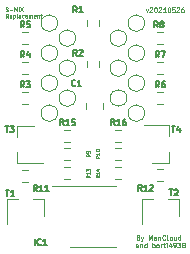
<source format=gbr>
%TF.GenerationSoftware,KiCad,Pcbnew,(6.0.0)*%
%TF.CreationDate,2022-01-02T16:00:34+01:00*%
%TF.ProjectId,S-Mix-Replacement,532d4d69-782d-4526-9570-6c6163656d65,rev?*%
%TF.SameCoordinates,Original*%
%TF.FileFunction,Legend,Top*%
%TF.FilePolarity,Positive*%
%FSLAX46Y46*%
G04 Gerber Fmt 4.6, Leading zero omitted, Abs format (unit mm)*
G04 Created by KiCad (PCBNEW (6.0.0)) date 2022-01-02 16:00:34*
%MOMM*%
%LPD*%
G01*
G04 APERTURE LIST*
%ADD10C,0.080000*%
%ADD11C,0.063500*%
%ADD12C,0.127000*%
%ADD13C,0.075000*%
%ADD14C,0.120000*%
G04 APERTURE END LIST*
D10*
X151033333Y-112749428D02*
X151090476Y-112768476D01*
X151109523Y-112787523D01*
X151128571Y-112825619D01*
X151128571Y-112882761D01*
X151109523Y-112920857D01*
X151090476Y-112939904D01*
X151052380Y-112958952D01*
X150900000Y-112958952D01*
X150900000Y-112558952D01*
X151033333Y-112558952D01*
X151071428Y-112578000D01*
X151090476Y-112597047D01*
X151109523Y-112635142D01*
X151109523Y-112673238D01*
X151090476Y-112711333D01*
X151071428Y-112730380D01*
X151033333Y-112749428D01*
X150900000Y-112749428D01*
X151261904Y-112692285D02*
X151357142Y-112958952D01*
X151452380Y-112692285D02*
X151357142Y-112958952D01*
X151319047Y-113054190D01*
X151300000Y-113073238D01*
X151261904Y-113092285D01*
X151909523Y-112958952D02*
X151909523Y-112558952D01*
X152042857Y-112844666D01*
X152176190Y-112558952D01*
X152176190Y-112958952D01*
X152538095Y-112958952D02*
X152538095Y-112749428D01*
X152519047Y-112711333D01*
X152480952Y-112692285D01*
X152404761Y-112692285D01*
X152366666Y-112711333D01*
X152538095Y-112939904D02*
X152500000Y-112958952D01*
X152404761Y-112958952D01*
X152366666Y-112939904D01*
X152347619Y-112901809D01*
X152347619Y-112863714D01*
X152366666Y-112825619D01*
X152404761Y-112806571D01*
X152500000Y-112806571D01*
X152538095Y-112787523D01*
X152728571Y-112692285D02*
X152728571Y-112958952D01*
X152728571Y-112730380D02*
X152747619Y-112711333D01*
X152785714Y-112692285D01*
X152842857Y-112692285D01*
X152880952Y-112711333D01*
X152900000Y-112749428D01*
X152900000Y-112958952D01*
X153319047Y-112920857D02*
X153300000Y-112939904D01*
X153242857Y-112958952D01*
X153204761Y-112958952D01*
X153147619Y-112939904D01*
X153109523Y-112901809D01*
X153090476Y-112863714D01*
X153071428Y-112787523D01*
X153071428Y-112730380D01*
X153090476Y-112654190D01*
X153109523Y-112616095D01*
X153147619Y-112578000D01*
X153204761Y-112558952D01*
X153242857Y-112558952D01*
X153300000Y-112578000D01*
X153319047Y-112597047D01*
X153547619Y-112958952D02*
X153509523Y-112939904D01*
X153490476Y-112901809D01*
X153490476Y-112558952D01*
X153757142Y-112958952D02*
X153719047Y-112939904D01*
X153700000Y-112920857D01*
X153680952Y-112882761D01*
X153680952Y-112768476D01*
X153700000Y-112730380D01*
X153719047Y-112711333D01*
X153757142Y-112692285D01*
X153814285Y-112692285D01*
X153852380Y-112711333D01*
X153871428Y-112730380D01*
X153890476Y-112768476D01*
X153890476Y-112882761D01*
X153871428Y-112920857D01*
X153852380Y-112939904D01*
X153814285Y-112958952D01*
X153757142Y-112958952D01*
X154233333Y-112692285D02*
X154233333Y-112958952D01*
X154061904Y-112692285D02*
X154061904Y-112901809D01*
X154080952Y-112939904D01*
X154119047Y-112958952D01*
X154176190Y-112958952D01*
X154214285Y-112939904D01*
X154233333Y-112920857D01*
X154595238Y-112958952D02*
X154595238Y-112558952D01*
X154595238Y-112939904D02*
X154557142Y-112958952D01*
X154480952Y-112958952D01*
X154442857Y-112939904D01*
X154423809Y-112920857D01*
X154404761Y-112882761D01*
X154404761Y-112768476D01*
X154423809Y-112730380D01*
X154442857Y-112711333D01*
X154480952Y-112692285D01*
X154557142Y-112692285D01*
X154595238Y-112711333D01*
X151014285Y-113602952D02*
X151014285Y-113393428D01*
X150995238Y-113355333D01*
X150957142Y-113336285D01*
X150880952Y-113336285D01*
X150842857Y-113355333D01*
X151014285Y-113583904D02*
X150976190Y-113602952D01*
X150880952Y-113602952D01*
X150842857Y-113583904D01*
X150823809Y-113545809D01*
X150823809Y-113507714D01*
X150842857Y-113469619D01*
X150880952Y-113450571D01*
X150976190Y-113450571D01*
X151014285Y-113431523D01*
X151204761Y-113336285D02*
X151204761Y-113602952D01*
X151204761Y-113374380D02*
X151223809Y-113355333D01*
X151261904Y-113336285D01*
X151319047Y-113336285D01*
X151357142Y-113355333D01*
X151376190Y-113393428D01*
X151376190Y-113602952D01*
X151738095Y-113602952D02*
X151738095Y-113202952D01*
X151738095Y-113583904D02*
X151700000Y-113602952D01*
X151623809Y-113602952D01*
X151585714Y-113583904D01*
X151566666Y-113564857D01*
X151547619Y-113526761D01*
X151547619Y-113412476D01*
X151566666Y-113374380D01*
X151585714Y-113355333D01*
X151623809Y-113336285D01*
X151700000Y-113336285D01*
X151738095Y-113355333D01*
X152233333Y-113602952D02*
X152233333Y-113202952D01*
X152233333Y-113355333D02*
X152271428Y-113336285D01*
X152347619Y-113336285D01*
X152385714Y-113355333D01*
X152404761Y-113374380D01*
X152423809Y-113412476D01*
X152423809Y-113526761D01*
X152404761Y-113564857D01*
X152385714Y-113583904D01*
X152347619Y-113602952D01*
X152271428Y-113602952D01*
X152233333Y-113583904D01*
X152652380Y-113602952D02*
X152614285Y-113583904D01*
X152595238Y-113564857D01*
X152576190Y-113526761D01*
X152576190Y-113412476D01*
X152595238Y-113374380D01*
X152614285Y-113355333D01*
X152652380Y-113336285D01*
X152709523Y-113336285D01*
X152747619Y-113355333D01*
X152766666Y-113374380D01*
X152785714Y-113412476D01*
X152785714Y-113526761D01*
X152766666Y-113564857D01*
X152747619Y-113583904D01*
X152709523Y-113602952D01*
X152652380Y-113602952D01*
X152957142Y-113602952D02*
X152957142Y-113336285D01*
X152957142Y-113412476D02*
X152976190Y-113374380D01*
X152995238Y-113355333D01*
X153033333Y-113336285D01*
X153071428Y-113336285D01*
X153147619Y-113336285D02*
X153300000Y-113336285D01*
X153204761Y-113202952D02*
X153204761Y-113545809D01*
X153223809Y-113583904D01*
X153261904Y-113602952D01*
X153300000Y-113602952D01*
X153433333Y-113602952D02*
X153433333Y-113336285D01*
X153433333Y-113202952D02*
X153414285Y-113222000D01*
X153433333Y-113241047D01*
X153452380Y-113222000D01*
X153433333Y-113202952D01*
X153433333Y-113241047D01*
X153795238Y-113336285D02*
X153795238Y-113602952D01*
X153700000Y-113183904D02*
X153604761Y-113469619D01*
X153852380Y-113469619D01*
X154023809Y-113602952D02*
X154100000Y-113602952D01*
X154138095Y-113583904D01*
X154157142Y-113564857D01*
X154195238Y-113507714D01*
X154214285Y-113431523D01*
X154214285Y-113279142D01*
X154195238Y-113241047D01*
X154176190Y-113222000D01*
X154138095Y-113202952D01*
X154061904Y-113202952D01*
X154023809Y-113222000D01*
X154004761Y-113241047D01*
X153985714Y-113279142D01*
X153985714Y-113374380D01*
X154004761Y-113412476D01*
X154023809Y-113431523D01*
X154061904Y-113450571D01*
X154138095Y-113450571D01*
X154176190Y-113431523D01*
X154195238Y-113412476D01*
X154214285Y-113374380D01*
X154347619Y-113202952D02*
X154595238Y-113202952D01*
X154461904Y-113355333D01*
X154519047Y-113355333D01*
X154557142Y-113374380D01*
X154576190Y-113393428D01*
X154595238Y-113431523D01*
X154595238Y-113526761D01*
X154576190Y-113564857D01*
X154557142Y-113583904D01*
X154519047Y-113602952D01*
X154404761Y-113602952D01*
X154366666Y-113583904D01*
X154347619Y-113564857D01*
X154823809Y-113374380D02*
X154785714Y-113355333D01*
X154766666Y-113336285D01*
X154747619Y-113298190D01*
X154747619Y-113279142D01*
X154766666Y-113241047D01*
X154785714Y-113222000D01*
X154823809Y-113202952D01*
X154900000Y-113202952D01*
X154938095Y-113222000D01*
X154957142Y-113241047D01*
X154976190Y-113279142D01*
X154976190Y-113298190D01*
X154957142Y-113336285D01*
X154938095Y-113355333D01*
X154900000Y-113374380D01*
X154823809Y-113374380D01*
X154785714Y-113393428D01*
X154766666Y-113412476D01*
X154747619Y-113450571D01*
X154747619Y-113526761D01*
X154766666Y-113564857D01*
X154785714Y-113583904D01*
X154823809Y-113602952D01*
X154900000Y-113602952D01*
X154938095Y-113583904D01*
X154957142Y-113564857D01*
X154976190Y-113526761D01*
X154976190Y-113450571D01*
X154957142Y-113412476D01*
X154938095Y-113393428D01*
X154900000Y-113374380D01*
D11*
X139804170Y-93593841D02*
X139851341Y-93609565D01*
X139929960Y-93609565D01*
X139961408Y-93593841D01*
X139977132Y-93578117D01*
X139992855Y-93546669D01*
X139992855Y-93515222D01*
X139977132Y-93483774D01*
X139961408Y-93468050D01*
X139929960Y-93452327D01*
X139867065Y-93436603D01*
X139835617Y-93420879D01*
X139819894Y-93405155D01*
X139804170Y-93373708D01*
X139804170Y-93342260D01*
X139819894Y-93310812D01*
X139835617Y-93295089D01*
X139867065Y-93279365D01*
X139945684Y-93279365D01*
X139992855Y-93295089D01*
X140134370Y-93483774D02*
X140385951Y-93483774D01*
X140543189Y-93609565D02*
X140543189Y-93279365D01*
X140653255Y-93515222D01*
X140763322Y-93279365D01*
X140763322Y-93609565D01*
X140920560Y-93609565D02*
X140920560Y-93279365D01*
X141046351Y-93279365D02*
X141266484Y-93609565D01*
X141266484Y-93279365D02*
X141046351Y-93609565D01*
X140008579Y-94141187D02*
X139898513Y-93983949D01*
X139819894Y-94141187D02*
X139819894Y-93810987D01*
X139945684Y-93810987D01*
X139977132Y-93826711D01*
X139992855Y-93842434D01*
X140008579Y-93873882D01*
X140008579Y-93921053D01*
X139992855Y-93952501D01*
X139977132Y-93968225D01*
X139945684Y-93983949D01*
X139819894Y-93983949D01*
X140275884Y-94125463D02*
X140244436Y-94141187D01*
X140181541Y-94141187D01*
X140150094Y-94125463D01*
X140134370Y-94094015D01*
X140134370Y-93968225D01*
X140150094Y-93936777D01*
X140181541Y-93921053D01*
X140244436Y-93921053D01*
X140275884Y-93936777D01*
X140291608Y-93968225D01*
X140291608Y-93999672D01*
X140134370Y-94031120D01*
X140433122Y-93921053D02*
X140433122Y-94251253D01*
X140433122Y-93936777D02*
X140464570Y-93921053D01*
X140527465Y-93921053D01*
X140558913Y-93936777D01*
X140574636Y-93952501D01*
X140590360Y-93983949D01*
X140590360Y-94078291D01*
X140574636Y-94109739D01*
X140558913Y-94125463D01*
X140527465Y-94141187D01*
X140464570Y-94141187D01*
X140433122Y-94125463D01*
X140779046Y-94141187D02*
X140747598Y-94125463D01*
X140731875Y-94094015D01*
X140731875Y-93810987D01*
X141046351Y-94141187D02*
X141046351Y-93968225D01*
X141030627Y-93936777D01*
X140999179Y-93921053D01*
X140936284Y-93921053D01*
X140904836Y-93936777D01*
X141046351Y-94125463D02*
X141014903Y-94141187D01*
X140936284Y-94141187D01*
X140904836Y-94125463D01*
X140889113Y-94094015D01*
X140889113Y-94062568D01*
X140904836Y-94031120D01*
X140936284Y-94015396D01*
X141014903Y-94015396D01*
X141046351Y-93999672D01*
X141345103Y-94125463D02*
X141313655Y-94141187D01*
X141250760Y-94141187D01*
X141219313Y-94125463D01*
X141203589Y-94109739D01*
X141187865Y-94078291D01*
X141187865Y-93983949D01*
X141203589Y-93952501D01*
X141219313Y-93936777D01*
X141250760Y-93921053D01*
X141313655Y-93921053D01*
X141345103Y-93936777D01*
X141612408Y-94125463D02*
X141580960Y-94141187D01*
X141518065Y-94141187D01*
X141486617Y-94125463D01*
X141470894Y-94094015D01*
X141470894Y-93968225D01*
X141486617Y-93936777D01*
X141518065Y-93921053D01*
X141580960Y-93921053D01*
X141612408Y-93936777D01*
X141628132Y-93968225D01*
X141628132Y-93999672D01*
X141470894Y-94031120D01*
X141769646Y-94141187D02*
X141769646Y-93921053D01*
X141769646Y-93952501D02*
X141785370Y-93936777D01*
X141816817Y-93921053D01*
X141863989Y-93921053D01*
X141895436Y-93936777D01*
X141911160Y-93968225D01*
X141911160Y-94141187D01*
X141911160Y-93968225D02*
X141926884Y-93936777D01*
X141958332Y-93921053D01*
X142005503Y-93921053D01*
X142036951Y-93936777D01*
X142052675Y-93968225D01*
X142052675Y-94141187D01*
X142335703Y-94125463D02*
X142304255Y-94141187D01*
X142241360Y-94141187D01*
X142209913Y-94125463D01*
X142194189Y-94094015D01*
X142194189Y-93968225D01*
X142209913Y-93936777D01*
X142241360Y-93921053D01*
X142304255Y-93921053D01*
X142335703Y-93936777D01*
X142351427Y-93968225D01*
X142351427Y-93999672D01*
X142194189Y-94031120D01*
X142492941Y-93921053D02*
X142492941Y-94141187D01*
X142492941Y-93952501D02*
X142508665Y-93936777D01*
X142540113Y-93921053D01*
X142587284Y-93921053D01*
X142618732Y-93936777D01*
X142634455Y-93968225D01*
X142634455Y-94141187D01*
X142744522Y-93921053D02*
X142870313Y-93921053D01*
X142791694Y-93810987D02*
X142791694Y-94094015D01*
X142807417Y-94125463D01*
X142838865Y-94141187D01*
X142870313Y-94141187D01*
D10*
X151680952Y-93414285D02*
X151776190Y-93680952D01*
X151871428Y-93414285D01*
X152004761Y-93319047D02*
X152023809Y-93300000D01*
X152061904Y-93280952D01*
X152157142Y-93280952D01*
X152195238Y-93300000D01*
X152214285Y-93319047D01*
X152233333Y-93357142D01*
X152233333Y-93395238D01*
X152214285Y-93452380D01*
X151985714Y-93680952D01*
X152233333Y-93680952D01*
X152480952Y-93280952D02*
X152519047Y-93280952D01*
X152557142Y-93300000D01*
X152576190Y-93319047D01*
X152595238Y-93357142D01*
X152614285Y-93433333D01*
X152614285Y-93528571D01*
X152595238Y-93604761D01*
X152576190Y-93642857D01*
X152557142Y-93661904D01*
X152519047Y-93680952D01*
X152480952Y-93680952D01*
X152442857Y-93661904D01*
X152423809Y-93642857D01*
X152404761Y-93604761D01*
X152385714Y-93528571D01*
X152385714Y-93433333D01*
X152404761Y-93357142D01*
X152423809Y-93319047D01*
X152442857Y-93300000D01*
X152480952Y-93280952D01*
X152766666Y-93319047D02*
X152785714Y-93300000D01*
X152823809Y-93280952D01*
X152919047Y-93280952D01*
X152957142Y-93300000D01*
X152976190Y-93319047D01*
X152995238Y-93357142D01*
X152995238Y-93395238D01*
X152976190Y-93452380D01*
X152747619Y-93680952D01*
X152995238Y-93680952D01*
X153376190Y-93680952D02*
X153147619Y-93680952D01*
X153261904Y-93680952D02*
X153261904Y-93280952D01*
X153223809Y-93338095D01*
X153185714Y-93376190D01*
X153147619Y-93395238D01*
X153623809Y-93280952D02*
X153661904Y-93280952D01*
X153700000Y-93300000D01*
X153719047Y-93319047D01*
X153738095Y-93357142D01*
X153757142Y-93433333D01*
X153757142Y-93528571D01*
X153738095Y-93604761D01*
X153719047Y-93642857D01*
X153700000Y-93661904D01*
X153661904Y-93680952D01*
X153623809Y-93680952D01*
X153585714Y-93661904D01*
X153566666Y-93642857D01*
X153547619Y-93604761D01*
X153528571Y-93528571D01*
X153528571Y-93433333D01*
X153547619Y-93357142D01*
X153566666Y-93319047D01*
X153585714Y-93300000D01*
X153623809Y-93280952D01*
X154119047Y-93280952D02*
X153928571Y-93280952D01*
X153909523Y-93471428D01*
X153928571Y-93452380D01*
X153966666Y-93433333D01*
X154061904Y-93433333D01*
X154100000Y-93452380D01*
X154119047Y-93471428D01*
X154138095Y-93509523D01*
X154138095Y-93604761D01*
X154119047Y-93642857D01*
X154100000Y-93661904D01*
X154061904Y-93680952D01*
X153966666Y-93680952D01*
X153928571Y-93661904D01*
X153909523Y-93642857D01*
X154290476Y-93319047D02*
X154309523Y-93300000D01*
X154347619Y-93280952D01*
X154442857Y-93280952D01*
X154480952Y-93300000D01*
X154500000Y-93319047D01*
X154519047Y-93357142D01*
X154519047Y-93395238D01*
X154500000Y-93452380D01*
X154271428Y-93680952D01*
X154519047Y-93680952D01*
X154861904Y-93280952D02*
X154785714Y-93280952D01*
X154747619Y-93300000D01*
X154728571Y-93319047D01*
X154690476Y-93376190D01*
X154671428Y-93452380D01*
X154671428Y-93604761D01*
X154690476Y-93642857D01*
X154709523Y-93661904D01*
X154747619Y-93680952D01*
X154823809Y-93680952D01*
X154861904Y-93661904D01*
X154880952Y-93642857D01*
X154900000Y-93604761D01*
X154900000Y-93509523D01*
X154880952Y-93471428D01*
X154861904Y-93452380D01*
X154823809Y-93433333D01*
X154747619Y-93433333D01*
X154709523Y-93452380D01*
X154690476Y-93471428D01*
X154671428Y-93509523D01*
D12*
%TO.C,C1*%
X145711333Y-99876428D02*
X145687142Y-99900619D01*
X145614571Y-99924809D01*
X145566190Y-99924809D01*
X145493619Y-99900619D01*
X145445238Y-99852238D01*
X145421047Y-99803857D01*
X145396857Y-99707095D01*
X145396857Y-99634523D01*
X145421047Y-99537761D01*
X145445238Y-99489380D01*
X145493619Y-99441000D01*
X145566190Y-99416809D01*
X145614571Y-99416809D01*
X145687142Y-99441000D01*
X145711333Y-99465190D01*
X146195142Y-99924809D02*
X145904857Y-99924809D01*
X146050000Y-99924809D02*
X146050000Y-99416809D01*
X146001619Y-99489380D01*
X145953238Y-99537761D01*
X145904857Y-99561952D01*
%TO.C,IC1*%
X142252095Y-113386809D02*
X142252095Y-112878809D01*
X142784285Y-113338428D02*
X142760095Y-113362619D01*
X142687523Y-113386809D01*
X142639142Y-113386809D01*
X142566571Y-113362619D01*
X142518190Y-113314238D01*
X142494000Y-113265857D01*
X142469809Y-113169095D01*
X142469809Y-113096523D01*
X142494000Y-112999761D01*
X142518190Y-112951380D01*
X142566571Y-112903000D01*
X142639142Y-112878809D01*
X142687523Y-112878809D01*
X142760095Y-112903000D01*
X142784285Y-112927190D01*
X143268095Y-113386809D02*
X142977809Y-113386809D01*
X143122952Y-113386809D02*
X143122952Y-112878809D01*
X143074571Y-112951380D01*
X143026190Y-112999761D01*
X142977809Y-113023952D01*
%TO.C,R6*%
X152823333Y-100051809D02*
X152654000Y-99809904D01*
X152533047Y-100051809D02*
X152533047Y-99543809D01*
X152726571Y-99543809D01*
X152774952Y-99568000D01*
X152799142Y-99592190D01*
X152823333Y-99640571D01*
X152823333Y-99713142D01*
X152799142Y-99761523D01*
X152774952Y-99785714D01*
X152726571Y-99809904D01*
X152533047Y-99809904D01*
X153258761Y-99543809D02*
X153162000Y-99543809D01*
X153113619Y-99568000D01*
X153089428Y-99592190D01*
X153041047Y-99664761D01*
X153016857Y-99761523D01*
X153016857Y-99955047D01*
X153041047Y-100003428D01*
X153065238Y-100027619D01*
X153113619Y-100051809D01*
X153210380Y-100051809D01*
X153258761Y-100027619D01*
X153282952Y-100003428D01*
X153307142Y-99955047D01*
X153307142Y-99834095D01*
X153282952Y-99785714D01*
X153258761Y-99761523D01*
X153210380Y-99737333D01*
X153113619Y-99737333D01*
X153065238Y-99761523D01*
X153041047Y-99785714D01*
X153016857Y-99834095D01*
D13*
%TO.C,R13*%
X146935714Y-107500276D02*
X146792857Y-107600276D01*
X146935714Y-107671704D02*
X146635714Y-107671704D01*
X146635714Y-107557419D01*
X146650000Y-107528847D01*
X146664285Y-107514561D01*
X146692857Y-107500276D01*
X146735714Y-107500276D01*
X146764285Y-107514561D01*
X146778571Y-107528847D01*
X146792857Y-107557419D01*
X146792857Y-107671704D01*
X146935714Y-107214561D02*
X146935714Y-107385990D01*
X146935714Y-107300276D02*
X146635714Y-107300276D01*
X146678571Y-107328847D01*
X146707142Y-107357419D01*
X146721428Y-107385990D01*
X146635714Y-107114561D02*
X146635714Y-106928847D01*
X146750000Y-107028847D01*
X146750000Y-106985990D01*
X146764285Y-106957419D01*
X146778571Y-106943133D01*
X146807142Y-106928847D01*
X146878571Y-106928847D01*
X146907142Y-106943133D01*
X146921428Y-106957419D01*
X146935714Y-106985990D01*
X146935714Y-107071704D01*
X146921428Y-107100276D01*
X146907142Y-107114561D01*
D12*
%TO.C,R4*%
X141393333Y-97511809D02*
X141224000Y-97269904D01*
X141103047Y-97511809D02*
X141103047Y-97003809D01*
X141296571Y-97003809D01*
X141344952Y-97028000D01*
X141369142Y-97052190D01*
X141393333Y-97100571D01*
X141393333Y-97173142D01*
X141369142Y-97221523D01*
X141344952Y-97245714D01*
X141296571Y-97269904D01*
X141103047Y-97269904D01*
X141828761Y-97173142D02*
X141828761Y-97511809D01*
X141707809Y-96979619D02*
X141586857Y-97342476D01*
X141901333Y-97342476D01*
%TO.C,T1*%
X139812952Y-108721809D02*
X140103238Y-108721809D01*
X139958095Y-109229809D02*
X139958095Y-108721809D01*
X140538666Y-109229809D02*
X140248380Y-109229809D01*
X140393523Y-109229809D02*
X140393523Y-108721809D01*
X140345142Y-108794380D01*
X140296761Y-108842761D01*
X140248380Y-108866952D01*
%TO.C,R16*%
X149031661Y-103261644D02*
X148862328Y-103019739D01*
X148741375Y-103261644D02*
X148741375Y-102753644D01*
X148934899Y-102753644D01*
X148983280Y-102777835D01*
X149007471Y-102802025D01*
X149031661Y-102850406D01*
X149031661Y-102922977D01*
X149007471Y-102971358D01*
X148983280Y-102995549D01*
X148934899Y-103019739D01*
X148741375Y-103019739D01*
X149515471Y-103261644D02*
X149225185Y-103261644D01*
X149370328Y-103261644D02*
X149370328Y-102753644D01*
X149321947Y-102826215D01*
X149273566Y-102874596D01*
X149225185Y-102898787D01*
X149950899Y-102753644D02*
X149854137Y-102753644D01*
X149805756Y-102777835D01*
X149781566Y-102802025D01*
X149733185Y-102874596D01*
X149708994Y-102971358D01*
X149708994Y-103164882D01*
X149733185Y-103213263D01*
X149757375Y-103237454D01*
X149805756Y-103261644D01*
X149902518Y-103261644D01*
X149950899Y-103237454D01*
X149975090Y-103213263D01*
X149999280Y-103164882D01*
X149999280Y-103043930D01*
X149975090Y-102995549D01*
X149950899Y-102971358D01*
X149902518Y-102947168D01*
X149805756Y-102947168D01*
X149757375Y-102971358D01*
X149733185Y-102995549D01*
X149708994Y-103043930D01*
%TO.C,T2*%
X153663952Y-108687809D02*
X153954238Y-108687809D01*
X153809095Y-109195809D02*
X153809095Y-108687809D01*
X154099380Y-108736190D02*
X154123571Y-108712000D01*
X154171952Y-108687809D01*
X154292904Y-108687809D01*
X154341285Y-108712000D01*
X154365476Y-108736190D01*
X154389666Y-108784571D01*
X154389666Y-108832952D01*
X154365476Y-108905523D01*
X154075190Y-109195809D01*
X154389666Y-109195809D01*
%TO.C,R12*%
X151311428Y-108814809D02*
X151142095Y-108572904D01*
X151021142Y-108814809D02*
X151021142Y-108306809D01*
X151214666Y-108306809D01*
X151263047Y-108331000D01*
X151287238Y-108355190D01*
X151311428Y-108403571D01*
X151311428Y-108476142D01*
X151287238Y-108524523D01*
X151263047Y-108548714D01*
X151214666Y-108572904D01*
X151021142Y-108572904D01*
X151795238Y-108814809D02*
X151504952Y-108814809D01*
X151650095Y-108814809D02*
X151650095Y-108306809D01*
X151601714Y-108379380D01*
X151553333Y-108427761D01*
X151504952Y-108451952D01*
X151988761Y-108355190D02*
X152012952Y-108331000D01*
X152061333Y-108306809D01*
X152182285Y-108306809D01*
X152230666Y-108331000D01*
X152254857Y-108355190D01*
X152279047Y-108403571D01*
X152279047Y-108451952D01*
X152254857Y-108524523D01*
X151964571Y-108814809D01*
X152279047Y-108814809D01*
%TO.C,R7*%
X152823333Y-97511809D02*
X152654000Y-97269904D01*
X152533047Y-97511809D02*
X152533047Y-97003809D01*
X152726571Y-97003809D01*
X152774952Y-97028000D01*
X152799142Y-97052190D01*
X152823333Y-97100571D01*
X152823333Y-97173142D01*
X152799142Y-97221523D01*
X152774952Y-97245714D01*
X152726571Y-97269904D01*
X152533047Y-97269904D01*
X152992666Y-97003809D02*
X153331333Y-97003809D01*
X153113619Y-97511809D01*
%TO.C,R8*%
X152696333Y-94971809D02*
X152527000Y-94729904D01*
X152406047Y-94971809D02*
X152406047Y-94463809D01*
X152599571Y-94463809D01*
X152647952Y-94488000D01*
X152672142Y-94512190D01*
X152696333Y-94560571D01*
X152696333Y-94633142D01*
X152672142Y-94681523D01*
X152647952Y-94705714D01*
X152599571Y-94729904D01*
X152406047Y-94729904D01*
X152986619Y-94681523D02*
X152938238Y-94657333D01*
X152914047Y-94633142D01*
X152889857Y-94584761D01*
X152889857Y-94560571D01*
X152914047Y-94512190D01*
X152938238Y-94488000D01*
X152986619Y-94463809D01*
X153083380Y-94463809D01*
X153131761Y-94488000D01*
X153155952Y-94512190D01*
X153180142Y-94560571D01*
X153180142Y-94584761D01*
X153155952Y-94633142D01*
X153131761Y-94657333D01*
X153083380Y-94681523D01*
X152986619Y-94681523D01*
X152938238Y-94705714D01*
X152914047Y-94729904D01*
X152889857Y-94778285D01*
X152889857Y-94875047D01*
X152914047Y-94923428D01*
X152938238Y-94947619D01*
X152986619Y-94971809D01*
X153083380Y-94971809D01*
X153131761Y-94947619D01*
X153155952Y-94923428D01*
X153180142Y-94875047D01*
X153180142Y-94778285D01*
X153155952Y-94729904D01*
X153131761Y-94705714D01*
X153083380Y-94681523D01*
%TO.C,R1*%
X145838333Y-93701809D02*
X145669000Y-93459904D01*
X145548047Y-93701809D02*
X145548047Y-93193809D01*
X145741571Y-93193809D01*
X145789952Y-93218000D01*
X145814142Y-93242190D01*
X145838333Y-93290571D01*
X145838333Y-93363142D01*
X145814142Y-93411523D01*
X145789952Y-93435714D01*
X145741571Y-93459904D01*
X145548047Y-93459904D01*
X146322142Y-93701809D02*
X146031857Y-93701809D01*
X146177000Y-93701809D02*
X146177000Y-93193809D01*
X146128619Y-93266380D01*
X146080238Y-93314761D01*
X146031857Y-93338952D01*
%TO.C,R3*%
X141393333Y-100051809D02*
X141224000Y-99809904D01*
X141103047Y-100051809D02*
X141103047Y-99543809D01*
X141296571Y-99543809D01*
X141344952Y-99568000D01*
X141369142Y-99592190D01*
X141393333Y-99640571D01*
X141393333Y-99713142D01*
X141369142Y-99761523D01*
X141344952Y-99785714D01*
X141296571Y-99809904D01*
X141103047Y-99809904D01*
X141562666Y-99543809D02*
X141877142Y-99543809D01*
X141707809Y-99737333D01*
X141780380Y-99737333D01*
X141828761Y-99761523D01*
X141852952Y-99785714D01*
X141877142Y-99834095D01*
X141877142Y-99955047D01*
X141852952Y-100003428D01*
X141828761Y-100027619D01*
X141780380Y-100051809D01*
X141635238Y-100051809D01*
X141586857Y-100027619D01*
X141562666Y-100003428D01*
%TO.C,R15*%
X144709086Y-103261644D02*
X144539753Y-103019739D01*
X144418800Y-103261644D02*
X144418800Y-102753644D01*
X144612324Y-102753644D01*
X144660705Y-102777835D01*
X144684896Y-102802025D01*
X144709086Y-102850406D01*
X144709086Y-102922977D01*
X144684896Y-102971358D01*
X144660705Y-102995549D01*
X144612324Y-103019739D01*
X144418800Y-103019739D01*
X145192896Y-103261644D02*
X144902610Y-103261644D01*
X145047753Y-103261644D02*
X145047753Y-102753644D01*
X144999372Y-102826215D01*
X144950991Y-102874596D01*
X144902610Y-102898787D01*
X145652515Y-102753644D02*
X145410610Y-102753644D01*
X145386419Y-102995549D01*
X145410610Y-102971358D01*
X145458991Y-102947168D01*
X145579943Y-102947168D01*
X145628324Y-102971358D01*
X145652515Y-102995549D01*
X145676705Y-103043930D01*
X145676705Y-103164882D01*
X145652515Y-103213263D01*
X145628324Y-103237454D01*
X145579943Y-103261644D01*
X145458991Y-103261644D01*
X145410610Y-103237454D01*
X145386419Y-103213263D01*
D13*
%TO.C,R10*%
X147735714Y-105860351D02*
X147592857Y-105960351D01*
X147735714Y-106031779D02*
X147435714Y-106031779D01*
X147435714Y-105917494D01*
X147450000Y-105888922D01*
X147464285Y-105874636D01*
X147492857Y-105860351D01*
X147535714Y-105860351D01*
X147564285Y-105874636D01*
X147578571Y-105888922D01*
X147592857Y-105917494D01*
X147592857Y-106031779D01*
X147735714Y-105574636D02*
X147735714Y-105746065D01*
X147735714Y-105660351D02*
X147435714Y-105660351D01*
X147478571Y-105688922D01*
X147507142Y-105717494D01*
X147521428Y-105746065D01*
X147435714Y-105388922D02*
X147435714Y-105360351D01*
X147450000Y-105331779D01*
X147464285Y-105317494D01*
X147492857Y-105303208D01*
X147550000Y-105288922D01*
X147621428Y-105288922D01*
X147678571Y-105303208D01*
X147707142Y-105317494D01*
X147721428Y-105331779D01*
X147735714Y-105360351D01*
X147735714Y-105388922D01*
X147721428Y-105417494D01*
X147707142Y-105431779D01*
X147678571Y-105446065D01*
X147621428Y-105460351D01*
X147550000Y-105460351D01*
X147492857Y-105446065D01*
X147464285Y-105431779D01*
X147450000Y-105417494D01*
X147435714Y-105388922D01*
%TO.C,R9*%
X146935714Y-105717494D02*
X146792857Y-105817494D01*
X146935714Y-105888922D02*
X146635714Y-105888922D01*
X146635714Y-105774636D01*
X146650000Y-105746065D01*
X146664285Y-105731779D01*
X146692857Y-105717494D01*
X146735714Y-105717494D01*
X146764285Y-105731779D01*
X146778571Y-105746065D01*
X146792857Y-105774636D01*
X146792857Y-105888922D01*
X146935714Y-105574636D02*
X146935714Y-105517494D01*
X146921428Y-105488922D01*
X146907142Y-105474636D01*
X146864285Y-105446065D01*
X146807142Y-105431779D01*
X146692857Y-105431779D01*
X146664285Y-105446065D01*
X146650000Y-105460351D01*
X146635714Y-105488922D01*
X146635714Y-105546065D01*
X146650000Y-105574636D01*
X146664285Y-105588922D01*
X146692857Y-105603208D01*
X146764285Y-105603208D01*
X146792857Y-105588922D01*
X146807142Y-105574636D01*
X146821428Y-105546065D01*
X146821428Y-105488922D01*
X146807142Y-105460351D01*
X146792857Y-105446065D01*
X146764285Y-105431779D01*
D12*
%TO.C,R5*%
X141393333Y-94971809D02*
X141224000Y-94729904D01*
X141103047Y-94971809D02*
X141103047Y-94463809D01*
X141296571Y-94463809D01*
X141344952Y-94488000D01*
X141369142Y-94512190D01*
X141393333Y-94560571D01*
X141393333Y-94633142D01*
X141369142Y-94681523D01*
X141344952Y-94705714D01*
X141296571Y-94729904D01*
X141103047Y-94729904D01*
X141852952Y-94463809D02*
X141611047Y-94463809D01*
X141586857Y-94705714D01*
X141611047Y-94681523D01*
X141659428Y-94657333D01*
X141780380Y-94657333D01*
X141828761Y-94681523D01*
X141852952Y-94705714D01*
X141877142Y-94754095D01*
X141877142Y-94875047D01*
X141852952Y-94923428D01*
X141828761Y-94947619D01*
X141780380Y-94971809D01*
X141659428Y-94971809D01*
X141611047Y-94947619D01*
X141586857Y-94923428D01*
%TO.C,T3*%
X139775570Y-103321809D02*
X140065856Y-103321809D01*
X139920713Y-103829809D02*
X139920713Y-103321809D01*
X140186808Y-103321809D02*
X140501284Y-103321809D01*
X140331951Y-103515333D01*
X140404522Y-103515333D01*
X140452903Y-103539523D01*
X140477094Y-103563714D01*
X140501284Y-103612095D01*
X140501284Y-103733047D01*
X140477094Y-103781428D01*
X140452903Y-103805619D01*
X140404522Y-103829809D01*
X140259379Y-103829809D01*
X140210998Y-103805619D01*
X140186808Y-103781428D01*
D13*
%TO.C,R14*%
X147735714Y-107506239D02*
X147592857Y-107606239D01*
X147735714Y-107677667D02*
X147435714Y-107677667D01*
X147435714Y-107563382D01*
X147450000Y-107534810D01*
X147464285Y-107520524D01*
X147492857Y-107506239D01*
X147535714Y-107506239D01*
X147564285Y-107520524D01*
X147578571Y-107534810D01*
X147592857Y-107563382D01*
X147592857Y-107677667D01*
X147735714Y-107220524D02*
X147735714Y-107391953D01*
X147735714Y-107306239D02*
X147435714Y-107306239D01*
X147478571Y-107334810D01*
X147507142Y-107363382D01*
X147521428Y-107391953D01*
X147535714Y-106963382D02*
X147735714Y-106963382D01*
X147421428Y-107034810D02*
X147635714Y-107106239D01*
X147635714Y-106920524D01*
D12*
%TO.C,T4*%
X153861454Y-103321809D02*
X154151740Y-103321809D01*
X154006597Y-103829809D02*
X154006597Y-103321809D01*
X154538787Y-103491142D02*
X154538787Y-103829809D01*
X154417835Y-103297619D02*
X154296882Y-103660476D01*
X154611359Y-103660476D01*
%TO.C,R2*%
X145838333Y-97384809D02*
X145669000Y-97142904D01*
X145548047Y-97384809D02*
X145548047Y-96876809D01*
X145741571Y-96876809D01*
X145789952Y-96901000D01*
X145814142Y-96925190D01*
X145838333Y-96973571D01*
X145838333Y-97046142D01*
X145814142Y-97094523D01*
X145789952Y-97118714D01*
X145741571Y-97142904D01*
X145548047Y-97142904D01*
X146031857Y-96925190D02*
X146056047Y-96901000D01*
X146104428Y-96876809D01*
X146225380Y-96876809D01*
X146273761Y-96901000D01*
X146297952Y-96925190D01*
X146322142Y-96973571D01*
X146322142Y-97021952D01*
X146297952Y-97094523D01*
X146007666Y-97384809D01*
X146322142Y-97384809D01*
%TO.C,R11*%
X142473428Y-108814809D02*
X142304095Y-108572904D01*
X142183142Y-108814809D02*
X142183142Y-108306809D01*
X142376666Y-108306809D01*
X142425047Y-108331000D01*
X142449238Y-108355190D01*
X142473428Y-108403571D01*
X142473428Y-108476142D01*
X142449238Y-108524523D01*
X142425047Y-108548714D01*
X142376666Y-108572904D01*
X142183142Y-108572904D01*
X142957238Y-108814809D02*
X142666952Y-108814809D01*
X142812095Y-108814809D02*
X142812095Y-108306809D01*
X142763714Y-108379380D01*
X142715333Y-108427761D01*
X142666952Y-108451952D01*
X143441047Y-108814809D02*
X143150761Y-108814809D01*
X143295904Y-108814809D02*
X143295904Y-108306809D01*
X143247523Y-108379380D01*
X143199142Y-108427761D01*
X143150761Y-108451952D01*
D14*
%TO.C,C1*%
X148030000Y-101861252D02*
X148030000Y-101338748D01*
X146610000Y-101861252D02*
X146610000Y-101338748D01*
%TO.C,IC1*%
X147193000Y-113558000D02*
X145243000Y-113558000D01*
X147193000Y-108438000D02*
X143743000Y-108438000D01*
X147193000Y-108438000D02*
X149143000Y-108438000D01*
X147193000Y-113558000D02*
X149143000Y-113558000D01*
%TO.C,R6*%
X152629776Y-101487500D02*
X153139224Y-101487500D01*
X152629776Y-100442500D02*
X153139224Y-100442500D01*
%TO.C,R13*%
X145288724Y-106792500D02*
X144779276Y-106792500D01*
X145288724Y-107837500D02*
X144779276Y-107837500D01*
%TO.C,R4*%
X141709224Y-98947500D02*
X141199776Y-98947500D01*
X141709224Y-97902500D02*
X141199776Y-97902500D01*
%TO.C,T1*%
X139898000Y-109476000D02*
X140828000Y-109476000D01*
X143058000Y-109476000D02*
X142128000Y-109476000D01*
X139898000Y-109476000D02*
X139898000Y-111636000D01*
X143058000Y-109476000D02*
X143058000Y-110936000D01*
%TO.C,R16*%
X149097276Y-104662500D02*
X149606724Y-104662500D01*
X149097276Y-103617500D02*
X149606724Y-103617500D01*
%TO.C,T2*%
X154488000Y-109476000D02*
X154488000Y-110936000D01*
X151328000Y-109476000D02*
X152258000Y-109476000D01*
X151328000Y-109476000D02*
X151328000Y-111636000D01*
X154488000Y-109476000D02*
X153558000Y-109476000D01*
%TO.C,R12*%
X153162724Y-106919500D02*
X152653276Y-106919500D01*
X153162724Y-107964500D02*
X152653276Y-107964500D01*
%TO.C,R7*%
X152629776Y-98947500D02*
X153139224Y-98947500D01*
X152629776Y-97902500D02*
X153139224Y-97902500D01*
%TO.C,R8*%
X152629776Y-96407500D02*
X153139224Y-96407500D01*
X152629776Y-95362500D02*
X153139224Y-95362500D01*
%TO.C,R1*%
X147715500Y-94869724D02*
X147715500Y-94360276D01*
X146670500Y-94869724D02*
X146670500Y-94360276D01*
%TO.C,J4*%
X144210000Y-99695000D02*
G75*
G03*
X144210000Y-99695000I-700000J0D01*
G01*
%TO.C,J2*%
X145734000Y-100965000D02*
G75*
G03*
X145734000Y-100965000I-700000J0D01*
G01*
%TO.C,J3*%
X145734000Y-95885000D02*
G75*
G03*
X145734000Y-95885000I-700000J0D01*
G01*
%TO.C,J5*%
X151576000Y-94615000D02*
G75*
G03*
X151576000Y-94615000I-700000J0D01*
G01*
%TO.C,J7*%
X145734000Y-98425000D02*
G75*
G03*
X145734000Y-98425000I-700000J0D01*
G01*
%TO.C,J8*%
X144210000Y-97155000D02*
G75*
G03*
X144210000Y-97155000I-700000J0D01*
G01*
%TO.C,J9*%
X151576000Y-99695000D02*
G75*
G03*
X151576000Y-99695000I-700000J0D01*
G01*
%TO.C,J10*%
X150052000Y-98425000D02*
G75*
G03*
X150052000Y-98425000I-700000J0D01*
G01*
%TO.C,J11*%
X151576000Y-97155000D02*
G75*
G03*
X151576000Y-97155000I-700000J0D01*
G01*
%TO.C,J12*%
X150052000Y-95885000D02*
G75*
G03*
X150052000Y-95885000I-700000J0D01*
G01*
%TO.C,J15*%
X150064700Y-100952300D02*
G75*
G03*
X150064700Y-100952300I-700000J0D01*
G01*
%TO.C,J14*%
X151576000Y-102235000D02*
G75*
G03*
X151576000Y-102235000I-700000J0D01*
G01*
%TO.C,J1*%
X144210000Y-94615000D02*
G75*
G03*
X144210000Y-94615000I-700000J0D01*
G01*
%TO.C,R3*%
X141709224Y-101487500D02*
X141199776Y-101487500D01*
X141709224Y-100442500D02*
X141199776Y-100442500D01*
%TO.C,R15*%
X145288724Y-103617500D02*
X144779276Y-103617500D01*
X145288724Y-104662500D02*
X144779276Y-104662500D01*
%TO.C,R10*%
X149606724Y-105141500D02*
X149097276Y-105141500D01*
X149606724Y-106186500D02*
X149097276Y-106186500D01*
%TO.C,R9*%
X144755776Y-106186500D02*
X145265224Y-106186500D01*
X144755776Y-105141500D02*
X145265224Y-105141500D01*
%TO.C,R5*%
X141709224Y-96407500D02*
X141199776Y-96407500D01*
X141709224Y-95362500D02*
X141199776Y-95362500D01*
%TO.C,T3*%
X140784000Y-103322000D02*
X140784000Y-104252000D01*
X140784000Y-106482000D02*
X142944000Y-106482000D01*
X140784000Y-103322000D02*
X142244000Y-103322000D01*
X140784000Y-106482000D02*
X140784000Y-105552000D01*
%TO.C,J13*%
X144210000Y-102235000D02*
G75*
G03*
X144210000Y-102235000I-700000J0D01*
G01*
%TO.C,R14*%
X149097276Y-106792500D02*
X149606724Y-106792500D01*
X149097276Y-107837500D02*
X149606724Y-107837500D01*
%TO.C,T4*%
X153668000Y-106411498D02*
X152208000Y-106411498D01*
X153668000Y-106411498D02*
X153668000Y-105481498D01*
X153668000Y-103251498D02*
X153668000Y-104181498D01*
X153668000Y-103251498D02*
X151508000Y-103251498D01*
%TO.C,R2*%
X146670500Y-97789276D02*
X146670500Y-98298724D01*
X147715500Y-97789276D02*
X147715500Y-98298724D01*
%TO.C,R11*%
X141223276Y-107032273D02*
X141732724Y-107032273D01*
X141223276Y-108077273D02*
X141732724Y-108077273D01*
%TD*%
M02*

</source>
